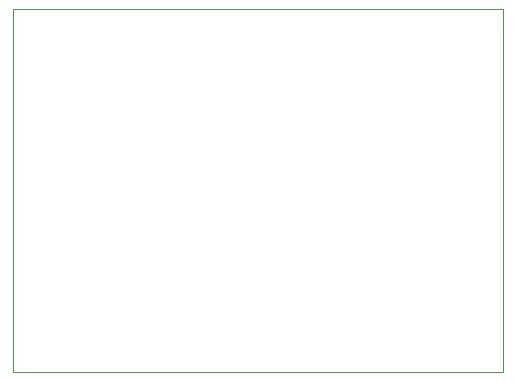
<source format=gm1>
%TF.GenerationSoftware,KiCad,Pcbnew,8.0.4*%
%TF.CreationDate,2025-01-10T16:33:03-05:00*%
%TF.ProjectId,X17-Data-Conversion,5831372d-4461-4746-912d-436f6e766572,rev?*%
%TF.SameCoordinates,Original*%
%TF.FileFunction,Profile,NP*%
%FSLAX46Y46*%
G04 Gerber Fmt 4.6, Leading zero omitted, Abs format (unit mm)*
G04 Created by KiCad (PCBNEW 8.0.4) date 2025-01-10 16:33:03*
%MOMM*%
%LPD*%
G01*
G04 APERTURE LIST*
%TA.AperFunction,Profile*%
%ADD10C,0.050000*%
%TD*%
G04 APERTURE END LIST*
D10*
X140750000Y-66000000D02*
X182250000Y-66000000D01*
X182250000Y-96710000D01*
X140750000Y-96710000D01*
X140750000Y-66000000D01*
M02*

</source>
